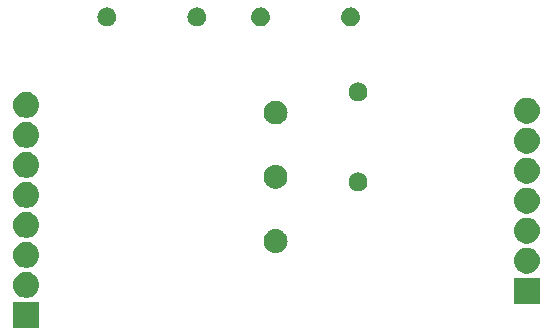
<source format=gbr>
%TF.GenerationSoftware,KiCad,Pcbnew,8.0.1*%
%TF.CreationDate,2024-06-15T21:44:37+02:00*%
%TF.ProjectId,Makita_Akku_MOSFET_Platine,4d616b69-7461-45f4-916b-6b755f4d4f53,rev?*%
%TF.SameCoordinates,Original*%
%TF.FileFunction,Soldermask,Top*%
%TF.FilePolarity,Negative*%
%FSLAX46Y46*%
G04 Gerber Fmt 4.6, Leading zero omitted, Abs format (unit mm)*
G04 Created by KiCad (PCBNEW 8.0.1) date 2024-06-15 21:44:37*
%MOMM*%
%LPD*%
G01*
G04 APERTURE LIST*
G04 APERTURE END LIST*
G36*
X32056250Y-50630000D02*
G01*
X29856250Y-50630000D01*
X29856250Y-48430000D01*
X32056250Y-48430000D01*
X32056250Y-50630000D01*
G37*
G36*
X74442500Y-48566250D02*
G01*
X74442496Y-48566250D01*
X72242504Y-48566250D01*
X72242500Y-48566250D01*
X72242500Y-46366250D01*
X74442500Y-46366250D01*
X74442500Y-48566250D01*
G37*
G36*
X31257279Y-45931992D02*
G01*
X31446562Y-46005320D01*
X31619148Y-46112181D01*
X31769160Y-46248935D01*
X31891489Y-46410925D01*
X31981969Y-46592634D01*
X32037520Y-46787876D01*
X32056250Y-46990000D01*
X32037520Y-47192124D01*
X31981969Y-47387366D01*
X31891489Y-47569075D01*
X31769160Y-47731065D01*
X31619148Y-47867819D01*
X31446562Y-47974680D01*
X31257279Y-48048008D01*
X31057745Y-48085308D01*
X30854755Y-48085308D01*
X30655221Y-48048008D01*
X30465938Y-47974680D01*
X30293352Y-47867819D01*
X30143340Y-47731065D01*
X30021011Y-47569075D01*
X29930531Y-47387366D01*
X29874980Y-47192124D01*
X29856250Y-46990000D01*
X29874980Y-46787876D01*
X29930531Y-46592634D01*
X30021011Y-46410925D01*
X30143340Y-46248935D01*
X30293352Y-46112181D01*
X30465938Y-46005320D01*
X30655221Y-45931992D01*
X30854755Y-45894692D01*
X31057745Y-45894692D01*
X31257279Y-45931992D01*
G37*
G36*
X73644819Y-43863708D02*
G01*
X73781833Y-43916787D01*
X73834913Y-43937351D01*
X73909315Y-43983419D01*
X74008236Y-44044668D01*
X74158892Y-44182009D01*
X74281746Y-44344693D01*
X74281746Y-44344694D01*
X74372614Y-44527182D01*
X74428403Y-44723260D01*
X74447213Y-44926250D01*
X74428403Y-45129240D01*
X74372614Y-45325318D01*
X74281746Y-45507806D01*
X74158893Y-45670490D01*
X74008238Y-45807830D01*
X73834913Y-45915149D01*
X73644819Y-45988791D01*
X73444432Y-46026250D01*
X73444430Y-46026250D01*
X73240570Y-46026250D01*
X73240568Y-46026250D01*
X73040180Y-45988791D01*
X72987101Y-45968227D01*
X72850087Y-45915149D01*
X72724564Y-45837428D01*
X72676763Y-45807831D01*
X72526107Y-45670490D01*
X72403253Y-45507806D01*
X72342758Y-45386314D01*
X72312386Y-45325318D01*
X72256597Y-45129240D01*
X72256596Y-45129239D01*
X72256596Y-45129236D01*
X72237786Y-44926250D01*
X72256596Y-44723263D01*
X72312387Y-44527180D01*
X72403253Y-44344693D01*
X72526107Y-44182009D01*
X72676763Y-44044668D01*
X72850087Y-43937351D01*
X73040180Y-43863708D01*
X73240568Y-43826250D01*
X73444432Y-43826250D01*
X73644819Y-43863708D01*
G37*
G36*
X31257279Y-43391992D02*
G01*
X31446562Y-43465320D01*
X31619148Y-43572181D01*
X31769160Y-43708935D01*
X31891489Y-43870925D01*
X31981969Y-44052634D01*
X32037520Y-44247876D01*
X32056250Y-44450000D01*
X32037520Y-44652124D01*
X31981969Y-44847366D01*
X31891489Y-45029075D01*
X31769160Y-45191065D01*
X31619148Y-45327819D01*
X31446562Y-45434680D01*
X31257279Y-45508008D01*
X31057745Y-45545308D01*
X30854755Y-45545308D01*
X30655221Y-45508008D01*
X30465938Y-45434680D01*
X30293352Y-45327819D01*
X30143340Y-45191065D01*
X30021011Y-45029075D01*
X29930531Y-44847366D01*
X29874980Y-44652124D01*
X29856250Y-44450000D01*
X29874980Y-44247876D01*
X29930531Y-44052634D01*
X30021011Y-43870925D01*
X30143340Y-43708935D01*
X30293352Y-43572181D01*
X30465938Y-43465320D01*
X30655221Y-43391992D01*
X30854755Y-43354692D01*
X31057745Y-43354692D01*
X31257279Y-43391992D01*
G37*
G36*
X52116603Y-42253589D02*
G01*
X52163723Y-42253589D01*
X52216195Y-42263397D01*
X52268212Y-42268521D01*
X52307729Y-42280508D01*
X52347971Y-42288031D01*
X52403705Y-42309622D01*
X52458806Y-42326337D01*
X52490286Y-42343163D01*
X52522755Y-42355742D01*
X52579176Y-42390676D01*
X52634459Y-42420226D01*
X52657684Y-42439286D01*
X52682119Y-42454416D01*
X52736262Y-42503774D01*
X52788420Y-42546579D01*
X52803875Y-42565411D01*
X52820645Y-42580699D01*
X52869322Y-42645158D01*
X52914773Y-42700540D01*
X52923562Y-42716984D01*
X52933600Y-42730276D01*
X52973528Y-42810462D01*
X53008662Y-42876193D01*
X53012409Y-42888546D01*
X53017151Y-42898069D01*
X53045165Y-42996528D01*
X53066478Y-43066787D01*
X53067178Y-43073894D01*
X53068448Y-43078358D01*
X53081655Y-43220886D01*
X53086000Y-43264999D01*
X53081654Y-43309115D01*
X53068448Y-43451639D01*
X53067178Y-43456101D01*
X53066478Y-43463211D01*
X53045160Y-43533484D01*
X53017151Y-43631928D01*
X53012410Y-43641448D01*
X53008662Y-43653805D01*
X52973521Y-43719548D01*
X52933600Y-43799721D01*
X52923564Y-43813009D01*
X52914773Y-43829458D01*
X52869313Y-43884850D01*
X52820645Y-43949298D01*
X52803879Y-43964582D01*
X52788420Y-43983419D01*
X52736251Y-44026232D01*
X52682119Y-44075581D01*
X52657689Y-44090706D01*
X52634459Y-44109772D01*
X52579164Y-44139327D01*
X52522755Y-44174255D01*
X52490293Y-44186830D01*
X52458806Y-44203661D01*
X52403693Y-44220379D01*
X52347971Y-44241966D01*
X52307736Y-44249487D01*
X52268212Y-44261477D01*
X52216192Y-44266600D01*
X52163723Y-44276409D01*
X52116603Y-44276409D01*
X52070000Y-44280999D01*
X52023397Y-44276409D01*
X51976277Y-44276409D01*
X51923806Y-44266600D01*
X51871788Y-44261477D01*
X51832264Y-44249487D01*
X51792028Y-44241966D01*
X51736301Y-44220377D01*
X51681194Y-44203661D01*
X51649709Y-44186832D01*
X51617244Y-44174255D01*
X51560827Y-44139323D01*
X51505541Y-44109772D01*
X51482313Y-44090709D01*
X51457880Y-44075581D01*
X51403738Y-44026224D01*
X51351580Y-43983419D01*
X51336123Y-43964585D01*
X51319354Y-43949298D01*
X51270674Y-43884835D01*
X51225227Y-43829458D01*
X51216437Y-43813014D01*
X51206399Y-43799721D01*
X51166464Y-43719521D01*
X51131338Y-43653805D01*
X51127591Y-43641453D01*
X51122848Y-43631928D01*
X51094823Y-43533431D01*
X51073522Y-43463211D01*
X51072822Y-43456107D01*
X51071551Y-43451639D01*
X51058328Y-43308943D01*
X51054000Y-43264999D01*
X51058327Y-43221057D01*
X51071551Y-43078358D01*
X51072822Y-43073889D01*
X51073522Y-43066787D01*
X51094818Y-42996581D01*
X51122848Y-42898069D01*
X51127592Y-42888541D01*
X51131338Y-42876193D01*
X51166457Y-42810490D01*
X51206399Y-42730276D01*
X51216439Y-42716980D01*
X51225227Y-42700540D01*
X51270664Y-42645173D01*
X51319354Y-42580699D01*
X51336127Y-42565408D01*
X51351580Y-42546579D01*
X51403727Y-42503782D01*
X51457880Y-42454416D01*
X51482318Y-42439284D01*
X51505541Y-42420226D01*
X51560815Y-42390680D01*
X51617244Y-42355742D01*
X51649716Y-42343162D01*
X51681194Y-42326337D01*
X51736289Y-42309623D01*
X51792028Y-42288031D01*
X51832271Y-42280508D01*
X51871788Y-42268521D01*
X51923803Y-42263397D01*
X51976277Y-42253589D01*
X52023397Y-42253589D01*
X52070000Y-42248999D01*
X52116603Y-42253589D01*
G37*
G36*
X73644819Y-41323708D02*
G01*
X73781833Y-41376787D01*
X73834913Y-41397351D01*
X73912632Y-41445473D01*
X74008236Y-41504668D01*
X74158892Y-41642009D01*
X74281746Y-41804693D01*
X74281746Y-41804694D01*
X74372614Y-41987182D01*
X74428403Y-42183260D01*
X74447213Y-42386250D01*
X74428403Y-42589240D01*
X74372614Y-42785318D01*
X74281746Y-42967806D01*
X74158893Y-43130490D01*
X74008238Y-43267830D01*
X73834913Y-43375149D01*
X73644819Y-43448791D01*
X73444432Y-43486250D01*
X73444430Y-43486250D01*
X73240570Y-43486250D01*
X73240568Y-43486250D01*
X73040180Y-43448791D01*
X72987101Y-43428227D01*
X72850087Y-43375149D01*
X72724564Y-43297428D01*
X72676763Y-43267831D01*
X72526107Y-43130490D01*
X72403253Y-42967806D01*
X72342758Y-42846314D01*
X72312386Y-42785318D01*
X72256597Y-42589240D01*
X72256596Y-42589239D01*
X72256596Y-42589236D01*
X72237786Y-42386250D01*
X72256596Y-42183263D01*
X72312387Y-41987180D01*
X72403253Y-41804693D01*
X72526107Y-41642009D01*
X72676763Y-41504668D01*
X72850087Y-41397351D01*
X73040180Y-41323708D01*
X73240568Y-41286250D01*
X73444432Y-41286250D01*
X73644819Y-41323708D01*
G37*
G36*
X31257279Y-40851992D02*
G01*
X31446562Y-40925320D01*
X31619148Y-41032181D01*
X31769160Y-41168935D01*
X31891489Y-41330925D01*
X31981969Y-41512634D01*
X32037520Y-41707876D01*
X32056250Y-41910000D01*
X32037520Y-42112124D01*
X31981969Y-42307366D01*
X31891489Y-42489075D01*
X31769160Y-42651065D01*
X31619148Y-42787819D01*
X31446562Y-42894680D01*
X31257279Y-42968008D01*
X31057745Y-43005308D01*
X30854755Y-43005308D01*
X30655221Y-42968008D01*
X30465938Y-42894680D01*
X30293352Y-42787819D01*
X30143340Y-42651065D01*
X30021011Y-42489075D01*
X29930531Y-42307366D01*
X29874980Y-42112124D01*
X29856250Y-41910000D01*
X29874980Y-41707876D01*
X29930531Y-41512634D01*
X30021011Y-41330925D01*
X30143340Y-41168935D01*
X30293352Y-41032181D01*
X30465938Y-40925320D01*
X30655221Y-40851992D01*
X30854755Y-40814692D01*
X31057745Y-40814692D01*
X31257279Y-40851992D01*
G37*
G36*
X73644819Y-38783708D02*
G01*
X73742311Y-38821477D01*
X73834913Y-38857351D01*
X73912632Y-38905473D01*
X74008236Y-38964668D01*
X74158892Y-39102009D01*
X74281746Y-39264693D01*
X74281746Y-39264694D01*
X74372614Y-39447182D01*
X74428403Y-39643260D01*
X74447213Y-39846250D01*
X74428403Y-40049240D01*
X74372614Y-40245318D01*
X74281746Y-40427806D01*
X74158893Y-40590490D01*
X74008238Y-40727830D01*
X73834913Y-40835149D01*
X73644819Y-40908791D01*
X73444432Y-40946250D01*
X73444430Y-40946250D01*
X73240570Y-40946250D01*
X73240568Y-40946250D01*
X73040180Y-40908791D01*
X72987101Y-40888227D01*
X72850087Y-40835149D01*
X72724564Y-40757428D01*
X72676763Y-40727831D01*
X72526107Y-40590490D01*
X72403253Y-40427806D01*
X72342758Y-40306314D01*
X72312386Y-40245318D01*
X72256597Y-40049240D01*
X72256596Y-40049239D01*
X72256596Y-40049236D01*
X72237786Y-39846250D01*
X72256596Y-39643263D01*
X72312387Y-39447180D01*
X72403253Y-39264693D01*
X72526107Y-39102009D01*
X72676763Y-38964668D01*
X72850087Y-38857351D01*
X73040180Y-38783708D01*
X73240568Y-38746250D01*
X73444432Y-38746250D01*
X73644819Y-38783708D01*
G37*
G36*
X31257279Y-38311992D02*
G01*
X31446562Y-38385320D01*
X31619148Y-38492181D01*
X31769160Y-38628935D01*
X31891489Y-38790925D01*
X31981969Y-38972634D01*
X32037520Y-39167876D01*
X32056250Y-39370000D01*
X32037520Y-39572124D01*
X31981969Y-39767366D01*
X31891489Y-39949075D01*
X31769160Y-40111065D01*
X31619148Y-40247819D01*
X31446562Y-40354680D01*
X31257279Y-40428008D01*
X31057745Y-40465308D01*
X30854755Y-40465308D01*
X30655221Y-40428008D01*
X30465938Y-40354680D01*
X30293352Y-40247819D01*
X30143340Y-40111065D01*
X30021011Y-39949075D01*
X29930531Y-39767366D01*
X29874980Y-39572124D01*
X29856250Y-39370000D01*
X29874980Y-39167876D01*
X29930531Y-38972634D01*
X30021011Y-38790925D01*
X30143340Y-38628935D01*
X30293352Y-38492181D01*
X30465938Y-38385320D01*
X30655221Y-38311992D01*
X30854755Y-38274692D01*
X31057745Y-38274692D01*
X31257279Y-38311992D01*
G37*
G36*
X59096811Y-37463461D02*
G01*
X59138588Y-37463461D01*
X59185718Y-37473478D01*
X59233017Y-37478808D01*
X59267408Y-37490842D01*
X59302110Y-37498218D01*
X59352117Y-37520483D01*
X59402107Y-37537975D01*
X59428128Y-37554325D01*
X59454835Y-37566216D01*
X59504633Y-37602396D01*
X59553792Y-37633285D01*
X59571444Y-37650937D01*
X59590084Y-37664480D01*
X59636165Y-37715658D01*
X59680465Y-37759958D01*
X59690654Y-37776174D01*
X59701946Y-37788715D01*
X59740573Y-37855620D01*
X59775775Y-37911643D01*
X59780170Y-37924203D01*
X59785535Y-37933496D01*
X59813010Y-38018055D01*
X59834942Y-38080733D01*
X59835773Y-38088113D01*
X59837195Y-38092488D01*
X59850076Y-38215056D01*
X59855000Y-38258750D01*
X59850076Y-38302447D01*
X59837195Y-38425011D01*
X59835773Y-38429385D01*
X59834942Y-38436767D01*
X59813005Y-38499457D01*
X59785535Y-38584003D01*
X59780171Y-38593293D01*
X59775775Y-38605857D01*
X59740566Y-38661890D01*
X59701946Y-38728784D01*
X59690656Y-38741322D01*
X59680465Y-38757542D01*
X59636155Y-38801851D01*
X59590084Y-38853019D01*
X59571448Y-38866558D01*
X59553792Y-38884215D01*
X59504623Y-38915109D01*
X59454835Y-38951283D01*
X59428134Y-38963171D01*
X59402107Y-38979525D01*
X59352107Y-38997020D01*
X59302110Y-39019281D01*
X59267414Y-39026655D01*
X59233017Y-39038692D01*
X59185715Y-39044021D01*
X59138588Y-39054039D01*
X59096811Y-39054039D01*
X59055000Y-39058750D01*
X59013189Y-39054039D01*
X58971412Y-39054039D01*
X58924284Y-39044021D01*
X58876983Y-39038692D01*
X58842586Y-39026656D01*
X58807889Y-39019281D01*
X58757887Y-38997018D01*
X58707893Y-38979525D01*
X58681868Y-38963172D01*
X58655164Y-38951283D01*
X58605369Y-38915105D01*
X58556208Y-38884215D01*
X58538554Y-38866561D01*
X58519915Y-38853019D01*
X58473833Y-38801840D01*
X58429535Y-38757542D01*
X58419345Y-38741325D01*
X58408053Y-38728784D01*
X58369420Y-38661870D01*
X58334225Y-38605857D01*
X58329830Y-38593297D01*
X58324464Y-38584003D01*
X58296980Y-38499417D01*
X58275058Y-38436767D01*
X58274226Y-38429389D01*
X58272804Y-38425011D01*
X58259908Y-38302315D01*
X58255000Y-38258750D01*
X58259908Y-38215188D01*
X58272804Y-38092488D01*
X58274226Y-38088108D01*
X58275058Y-38080733D01*
X58296975Y-38018095D01*
X58324464Y-37933496D01*
X58329831Y-37924199D01*
X58334225Y-37911643D01*
X58369413Y-37855640D01*
X58408053Y-37788715D01*
X58419347Y-37776171D01*
X58429535Y-37759958D01*
X58473826Y-37715666D01*
X58519917Y-37664478D01*
X58538559Y-37650933D01*
X58556208Y-37633285D01*
X58605354Y-37602404D01*
X58655162Y-37566217D01*
X58681873Y-37554324D01*
X58707893Y-37537975D01*
X58757877Y-37520484D01*
X58807889Y-37498218D01*
X58842592Y-37490841D01*
X58876983Y-37478808D01*
X58924281Y-37473478D01*
X58971412Y-37463461D01*
X59013189Y-37463461D01*
X59055000Y-37458750D01*
X59096811Y-37463461D01*
G37*
G36*
X52116603Y-36813589D02*
G01*
X52163723Y-36813589D01*
X52216195Y-36823397D01*
X52268212Y-36828521D01*
X52307729Y-36840508D01*
X52347971Y-36848031D01*
X52403705Y-36869622D01*
X52458806Y-36886337D01*
X52490286Y-36903163D01*
X52522755Y-36915742D01*
X52579176Y-36950676D01*
X52634459Y-36980226D01*
X52657684Y-36999286D01*
X52682119Y-37014416D01*
X52736262Y-37063774D01*
X52788420Y-37106579D01*
X52803875Y-37125411D01*
X52820645Y-37140699D01*
X52869322Y-37205158D01*
X52914773Y-37260540D01*
X52923562Y-37276984D01*
X52933600Y-37290276D01*
X52973528Y-37370462D01*
X53008662Y-37436193D01*
X53012409Y-37448546D01*
X53017151Y-37458069D01*
X53045165Y-37556528D01*
X53066478Y-37626787D01*
X53067178Y-37633894D01*
X53068448Y-37638358D01*
X53081655Y-37780886D01*
X53086000Y-37824999D01*
X53081654Y-37869115D01*
X53068448Y-38011639D01*
X53067178Y-38016101D01*
X53066478Y-38023211D01*
X53045160Y-38093484D01*
X53017151Y-38191928D01*
X53012410Y-38201448D01*
X53008662Y-38213805D01*
X52973521Y-38279548D01*
X52933600Y-38359721D01*
X52923564Y-38373009D01*
X52914773Y-38389458D01*
X52869313Y-38444850D01*
X52820645Y-38509298D01*
X52803879Y-38524582D01*
X52788420Y-38543419D01*
X52736251Y-38586232D01*
X52682119Y-38635581D01*
X52657689Y-38650706D01*
X52634459Y-38669772D01*
X52579164Y-38699327D01*
X52522755Y-38734255D01*
X52490293Y-38746830D01*
X52458806Y-38763661D01*
X52403693Y-38780379D01*
X52347971Y-38801966D01*
X52307736Y-38809487D01*
X52268212Y-38821477D01*
X52216192Y-38826600D01*
X52163723Y-38836409D01*
X52116603Y-38836409D01*
X52070000Y-38840999D01*
X52023397Y-38836409D01*
X51976277Y-38836409D01*
X51923806Y-38826600D01*
X51871788Y-38821477D01*
X51832264Y-38809487D01*
X51792028Y-38801966D01*
X51736301Y-38780377D01*
X51681194Y-38763661D01*
X51649709Y-38746832D01*
X51617244Y-38734255D01*
X51560827Y-38699323D01*
X51505541Y-38669772D01*
X51482313Y-38650709D01*
X51457880Y-38635581D01*
X51403738Y-38586224D01*
X51351580Y-38543419D01*
X51336123Y-38524585D01*
X51319354Y-38509298D01*
X51270674Y-38444835D01*
X51225227Y-38389458D01*
X51216437Y-38373014D01*
X51206399Y-38359721D01*
X51166464Y-38279521D01*
X51131338Y-38213805D01*
X51127591Y-38201453D01*
X51122848Y-38191928D01*
X51094823Y-38093431D01*
X51073522Y-38023211D01*
X51072822Y-38016107D01*
X51071551Y-38011639D01*
X51058328Y-37868943D01*
X51054000Y-37824999D01*
X51058327Y-37781057D01*
X51071551Y-37638358D01*
X51072822Y-37633889D01*
X51073522Y-37626787D01*
X51094818Y-37556581D01*
X51122848Y-37458069D01*
X51127592Y-37448541D01*
X51131338Y-37436193D01*
X51166457Y-37370490D01*
X51206399Y-37290276D01*
X51216439Y-37276980D01*
X51225227Y-37260540D01*
X51270664Y-37205173D01*
X51319354Y-37140699D01*
X51336127Y-37125408D01*
X51351580Y-37106579D01*
X51403727Y-37063782D01*
X51457880Y-37014416D01*
X51482318Y-36999284D01*
X51505541Y-36980226D01*
X51560815Y-36950680D01*
X51617244Y-36915742D01*
X51649716Y-36903162D01*
X51681194Y-36886337D01*
X51736289Y-36869623D01*
X51792028Y-36848031D01*
X51832271Y-36840508D01*
X51871788Y-36828521D01*
X51923803Y-36823397D01*
X51976277Y-36813589D01*
X52023397Y-36813589D01*
X52070000Y-36808999D01*
X52116603Y-36813589D01*
G37*
G36*
X73644819Y-36243708D02*
G01*
X73781833Y-36296787D01*
X73834913Y-36317351D01*
X73912632Y-36365473D01*
X74008236Y-36424668D01*
X74158892Y-36562009D01*
X74281746Y-36724693D01*
X74281746Y-36724694D01*
X74372614Y-36907182D01*
X74428403Y-37103260D01*
X74447213Y-37306250D01*
X74428403Y-37509240D01*
X74372614Y-37705318D01*
X74281746Y-37887806D01*
X74158893Y-38050490D01*
X74008238Y-38187830D01*
X73834913Y-38295149D01*
X73644819Y-38368791D01*
X73444432Y-38406250D01*
X73444430Y-38406250D01*
X73240570Y-38406250D01*
X73240568Y-38406250D01*
X73040180Y-38368791D01*
X72987101Y-38348227D01*
X72850087Y-38295149D01*
X72683380Y-38191928D01*
X72676763Y-38187831D01*
X72526107Y-38050490D01*
X72403253Y-37887806D01*
X72339593Y-37759958D01*
X72312386Y-37705318D01*
X72256597Y-37509240D01*
X72256596Y-37509239D01*
X72256596Y-37509236D01*
X72237786Y-37306250D01*
X72256596Y-37103263D01*
X72291603Y-36980226D01*
X72312386Y-36907182D01*
X72312636Y-36906679D01*
X72403253Y-36724693D01*
X72526107Y-36562009D01*
X72676763Y-36424668D01*
X72850087Y-36317351D01*
X73040180Y-36243708D01*
X73240568Y-36206250D01*
X73444432Y-36206250D01*
X73644819Y-36243708D01*
G37*
G36*
X31257279Y-35771992D02*
G01*
X31446562Y-35845320D01*
X31619148Y-35952181D01*
X31769160Y-36088935D01*
X31891489Y-36250925D01*
X31981969Y-36432634D01*
X32037520Y-36627876D01*
X32056250Y-36830000D01*
X32037520Y-37032124D01*
X31981969Y-37227366D01*
X31891489Y-37409075D01*
X31769160Y-37571065D01*
X31619148Y-37707819D01*
X31446562Y-37814680D01*
X31257279Y-37888008D01*
X31057745Y-37925308D01*
X30854755Y-37925308D01*
X30655221Y-37888008D01*
X30465938Y-37814680D01*
X30293352Y-37707819D01*
X30143340Y-37571065D01*
X30021011Y-37409075D01*
X29930531Y-37227366D01*
X29874980Y-37032124D01*
X29856250Y-36830000D01*
X29874980Y-36627876D01*
X29930531Y-36432634D01*
X30021011Y-36250925D01*
X30143340Y-36088935D01*
X30293352Y-35952181D01*
X30465938Y-35845320D01*
X30655221Y-35771992D01*
X30854755Y-35734692D01*
X31057745Y-35734692D01*
X31257279Y-35771992D01*
G37*
G36*
X73644819Y-33703708D02*
G01*
X73781833Y-33756787D01*
X73834913Y-33777351D01*
X73912632Y-33825473D01*
X74008236Y-33884668D01*
X74158892Y-34022009D01*
X74281746Y-34184693D01*
X74281746Y-34184694D01*
X74372614Y-34367182D01*
X74428403Y-34563260D01*
X74447213Y-34766250D01*
X74428403Y-34969240D01*
X74372614Y-35165318D01*
X74281746Y-35347806D01*
X74158893Y-35510490D01*
X74008238Y-35647830D01*
X73834913Y-35755149D01*
X73644819Y-35828791D01*
X73444432Y-35866250D01*
X73444430Y-35866250D01*
X73240570Y-35866250D01*
X73240568Y-35866250D01*
X73040180Y-35828791D01*
X72987101Y-35808227D01*
X72850087Y-35755149D01*
X72724564Y-35677428D01*
X72676763Y-35647831D01*
X72526107Y-35510490D01*
X72403253Y-35347806D01*
X72342758Y-35226314D01*
X72312386Y-35165318D01*
X72256597Y-34969240D01*
X72256596Y-34969239D01*
X72256596Y-34969236D01*
X72237786Y-34766250D01*
X72256596Y-34563263D01*
X72312387Y-34367180D01*
X72403253Y-34184693D01*
X72526107Y-34022009D01*
X72676763Y-33884668D01*
X72850087Y-33777351D01*
X73040180Y-33703708D01*
X73240568Y-33666250D01*
X73444432Y-33666250D01*
X73644819Y-33703708D01*
G37*
G36*
X31257279Y-33231992D02*
G01*
X31446562Y-33305320D01*
X31619148Y-33412181D01*
X31769160Y-33548935D01*
X31891489Y-33710925D01*
X31981969Y-33892634D01*
X32037520Y-34087876D01*
X32056250Y-34290000D01*
X32037520Y-34492124D01*
X31981969Y-34687366D01*
X31891489Y-34869075D01*
X31769160Y-35031065D01*
X31619148Y-35167819D01*
X31446562Y-35274680D01*
X31257279Y-35348008D01*
X31057745Y-35385308D01*
X30854755Y-35385308D01*
X30655221Y-35348008D01*
X30465938Y-35274680D01*
X30293352Y-35167819D01*
X30143340Y-35031065D01*
X30021011Y-34869075D01*
X29930531Y-34687366D01*
X29874980Y-34492124D01*
X29856250Y-34290000D01*
X29874980Y-34087876D01*
X29930531Y-33892634D01*
X30021011Y-33710925D01*
X30143340Y-33548935D01*
X30293352Y-33412181D01*
X30465938Y-33305320D01*
X30655221Y-33231992D01*
X30854755Y-33194692D01*
X31057745Y-33194692D01*
X31257279Y-33231992D01*
G37*
G36*
X52116603Y-31373590D02*
G01*
X52163723Y-31373590D01*
X52216195Y-31383398D01*
X52268212Y-31388522D01*
X52307729Y-31400509D01*
X52347971Y-31408032D01*
X52403705Y-31429623D01*
X52458806Y-31446338D01*
X52490286Y-31463164D01*
X52522755Y-31475743D01*
X52579176Y-31510677D01*
X52634459Y-31540227D01*
X52657684Y-31559287D01*
X52682119Y-31574417D01*
X52736262Y-31623775D01*
X52788420Y-31666580D01*
X52803875Y-31685412D01*
X52820645Y-31700700D01*
X52869322Y-31765159D01*
X52914773Y-31820541D01*
X52923562Y-31836985D01*
X52933600Y-31850277D01*
X52973528Y-31930463D01*
X53008662Y-31996194D01*
X53012409Y-32008547D01*
X53017151Y-32018070D01*
X53045165Y-32116529D01*
X53066478Y-32186788D01*
X53067178Y-32193895D01*
X53068448Y-32198359D01*
X53081655Y-32340887D01*
X53086000Y-32385000D01*
X53081654Y-32429116D01*
X53068448Y-32571640D01*
X53067178Y-32576102D01*
X53066478Y-32583212D01*
X53045160Y-32653485D01*
X53017151Y-32751929D01*
X53012410Y-32761449D01*
X53008662Y-32773806D01*
X52973521Y-32839549D01*
X52933600Y-32919722D01*
X52923564Y-32933010D01*
X52914773Y-32949459D01*
X52869313Y-33004851D01*
X52820645Y-33069299D01*
X52803879Y-33084583D01*
X52788420Y-33103420D01*
X52736251Y-33146233D01*
X52682119Y-33195582D01*
X52657689Y-33210707D01*
X52634459Y-33229773D01*
X52579164Y-33259328D01*
X52522755Y-33294256D01*
X52490293Y-33306831D01*
X52458806Y-33323662D01*
X52403693Y-33340380D01*
X52347971Y-33361967D01*
X52307736Y-33369488D01*
X52268212Y-33381478D01*
X52216192Y-33386601D01*
X52163723Y-33396410D01*
X52116603Y-33396410D01*
X52070000Y-33401000D01*
X52023397Y-33396410D01*
X51976277Y-33396410D01*
X51923806Y-33386601D01*
X51871788Y-33381478D01*
X51832264Y-33369488D01*
X51792028Y-33361967D01*
X51736301Y-33340378D01*
X51681194Y-33323662D01*
X51649709Y-33306833D01*
X51617244Y-33294256D01*
X51560827Y-33259324D01*
X51505541Y-33229773D01*
X51482313Y-33210710D01*
X51457880Y-33195582D01*
X51403738Y-33146225D01*
X51351580Y-33103420D01*
X51336123Y-33084586D01*
X51319354Y-33069299D01*
X51270674Y-33004836D01*
X51225227Y-32949459D01*
X51216437Y-32933015D01*
X51206399Y-32919722D01*
X51166464Y-32839522D01*
X51131338Y-32773806D01*
X51127591Y-32761454D01*
X51122848Y-32751929D01*
X51094823Y-32653432D01*
X51073522Y-32583212D01*
X51072822Y-32576108D01*
X51071551Y-32571640D01*
X51058328Y-32428944D01*
X51054000Y-32385000D01*
X51058327Y-32341058D01*
X51071551Y-32198359D01*
X51072822Y-32193890D01*
X51073522Y-32186788D01*
X51094818Y-32116582D01*
X51122848Y-32018070D01*
X51127592Y-32008542D01*
X51131338Y-31996194D01*
X51166457Y-31930491D01*
X51206399Y-31850277D01*
X51216439Y-31836981D01*
X51225227Y-31820541D01*
X51270664Y-31765174D01*
X51319354Y-31700700D01*
X51336127Y-31685409D01*
X51351580Y-31666580D01*
X51403727Y-31623783D01*
X51457880Y-31574417D01*
X51482318Y-31559285D01*
X51505541Y-31540227D01*
X51560815Y-31510681D01*
X51617244Y-31475743D01*
X51649716Y-31463163D01*
X51681194Y-31446338D01*
X51736289Y-31429624D01*
X51792028Y-31408032D01*
X51832271Y-31400509D01*
X51871788Y-31388522D01*
X51923803Y-31383398D01*
X51976277Y-31373590D01*
X52023397Y-31373590D01*
X52070000Y-31369000D01*
X52116603Y-31373590D01*
G37*
G36*
X73644819Y-31163708D02*
G01*
X73781833Y-31216787D01*
X73834913Y-31237351D01*
X73912632Y-31285473D01*
X74008236Y-31344668D01*
X74158892Y-31482009D01*
X74281746Y-31644693D01*
X74281746Y-31644694D01*
X74372614Y-31827182D01*
X74428403Y-32023260D01*
X74447213Y-32226250D01*
X74428403Y-32429240D01*
X74372614Y-32625318D01*
X74281746Y-32807806D01*
X74158893Y-32970490D01*
X74008238Y-33107830D01*
X73834913Y-33215149D01*
X73644819Y-33288791D01*
X73444432Y-33326250D01*
X73444430Y-33326250D01*
X73240570Y-33326250D01*
X73240568Y-33326250D01*
X73040180Y-33288791D01*
X72987101Y-33268227D01*
X72850087Y-33215149D01*
X72724564Y-33137428D01*
X72676763Y-33107831D01*
X72526107Y-32970490D01*
X72403253Y-32807806D01*
X72342758Y-32686314D01*
X72312386Y-32625318D01*
X72256597Y-32429240D01*
X72256596Y-32429239D01*
X72256596Y-32429236D01*
X72237786Y-32226250D01*
X72256596Y-32023263D01*
X72312387Y-31827180D01*
X72403253Y-31644693D01*
X72526107Y-31482009D01*
X72676763Y-31344668D01*
X72850087Y-31237351D01*
X73040180Y-31163708D01*
X73240568Y-31126250D01*
X73444432Y-31126250D01*
X73644819Y-31163708D01*
G37*
G36*
X31257279Y-30691992D02*
G01*
X31446562Y-30765320D01*
X31619148Y-30872181D01*
X31769160Y-31008935D01*
X31891489Y-31170925D01*
X31981969Y-31352634D01*
X32037520Y-31547876D01*
X32056250Y-31750000D01*
X32037520Y-31952124D01*
X31981969Y-32147366D01*
X31891489Y-32329075D01*
X31769160Y-32491065D01*
X31619148Y-32627819D01*
X31446562Y-32734680D01*
X31257279Y-32808008D01*
X31057745Y-32845308D01*
X30854755Y-32845308D01*
X30655221Y-32808008D01*
X30465938Y-32734680D01*
X30293352Y-32627819D01*
X30143340Y-32491065D01*
X30021011Y-32329075D01*
X29930531Y-32147366D01*
X29874980Y-31952124D01*
X29856250Y-31750000D01*
X29874980Y-31547876D01*
X29930531Y-31352634D01*
X30021011Y-31170925D01*
X30143340Y-31008935D01*
X30293352Y-30872181D01*
X30465938Y-30765320D01*
X30655221Y-30691992D01*
X30854755Y-30654692D01*
X31057745Y-30654692D01*
X31257279Y-30691992D01*
G37*
G36*
X59096811Y-29843461D02*
G01*
X59138588Y-29843461D01*
X59185718Y-29853478D01*
X59233017Y-29858808D01*
X59267408Y-29870842D01*
X59302110Y-29878218D01*
X59352117Y-29900483D01*
X59402107Y-29917975D01*
X59428128Y-29934325D01*
X59454835Y-29946216D01*
X59504633Y-29982396D01*
X59553792Y-30013285D01*
X59571444Y-30030937D01*
X59590084Y-30044480D01*
X59636165Y-30095658D01*
X59680465Y-30139958D01*
X59690654Y-30156174D01*
X59701946Y-30168715D01*
X59740573Y-30235620D01*
X59775775Y-30291643D01*
X59780170Y-30304203D01*
X59785535Y-30313496D01*
X59813010Y-30398055D01*
X59834942Y-30460733D01*
X59835773Y-30468113D01*
X59837195Y-30472488D01*
X59850076Y-30595056D01*
X59855000Y-30638750D01*
X59850076Y-30682447D01*
X59837195Y-30805011D01*
X59835773Y-30809385D01*
X59834942Y-30816767D01*
X59813005Y-30879457D01*
X59785535Y-30964003D01*
X59780171Y-30973293D01*
X59775775Y-30985857D01*
X59740566Y-31041890D01*
X59701946Y-31108784D01*
X59690656Y-31121322D01*
X59680465Y-31137542D01*
X59636155Y-31181851D01*
X59590084Y-31233019D01*
X59571448Y-31246558D01*
X59553792Y-31264215D01*
X59504623Y-31295109D01*
X59454835Y-31331283D01*
X59428134Y-31343171D01*
X59402107Y-31359525D01*
X59352107Y-31377020D01*
X59302110Y-31399281D01*
X59267414Y-31406655D01*
X59233017Y-31418692D01*
X59185715Y-31424021D01*
X59138588Y-31434039D01*
X59096811Y-31434039D01*
X59055000Y-31438750D01*
X59013189Y-31434039D01*
X58971412Y-31434039D01*
X58924284Y-31424021D01*
X58876983Y-31418692D01*
X58842586Y-31406656D01*
X58807889Y-31399281D01*
X58757887Y-31377018D01*
X58707893Y-31359525D01*
X58681868Y-31343172D01*
X58655164Y-31331283D01*
X58605369Y-31295105D01*
X58556208Y-31264215D01*
X58538554Y-31246561D01*
X58519915Y-31233019D01*
X58473833Y-31181840D01*
X58429535Y-31137542D01*
X58419345Y-31121325D01*
X58408053Y-31108784D01*
X58369420Y-31041870D01*
X58334225Y-30985857D01*
X58329830Y-30973297D01*
X58324464Y-30964003D01*
X58296980Y-30879417D01*
X58275058Y-30816767D01*
X58274226Y-30809389D01*
X58272804Y-30805011D01*
X58259908Y-30682315D01*
X58255000Y-30638750D01*
X58259908Y-30595188D01*
X58272804Y-30472488D01*
X58274226Y-30468108D01*
X58275058Y-30460733D01*
X58296975Y-30398095D01*
X58324464Y-30313496D01*
X58329831Y-30304199D01*
X58334225Y-30291643D01*
X58369413Y-30235640D01*
X58408053Y-30168715D01*
X58419347Y-30156171D01*
X58429535Y-30139958D01*
X58473826Y-30095666D01*
X58519917Y-30044478D01*
X58538559Y-30030933D01*
X58556208Y-30013285D01*
X58605354Y-29982404D01*
X58655162Y-29946217D01*
X58681873Y-29934324D01*
X58707893Y-29917975D01*
X58757877Y-29900484D01*
X58807889Y-29878218D01*
X58842592Y-29870841D01*
X58876983Y-29858808D01*
X58924281Y-29853478D01*
X58971412Y-29843461D01*
X59013189Y-29843461D01*
X59055000Y-29838750D01*
X59096811Y-29843461D01*
G37*
G36*
X37824311Y-23493461D02*
G01*
X37866088Y-23493461D01*
X37913218Y-23503478D01*
X37960517Y-23508808D01*
X37994908Y-23520842D01*
X38029610Y-23528218D01*
X38079617Y-23550483D01*
X38129607Y-23567975D01*
X38155628Y-23584325D01*
X38182335Y-23596216D01*
X38232133Y-23632396D01*
X38281292Y-23663285D01*
X38298944Y-23680937D01*
X38317584Y-23694480D01*
X38363665Y-23745658D01*
X38407965Y-23789958D01*
X38418154Y-23806174D01*
X38429446Y-23818715D01*
X38468073Y-23885620D01*
X38503275Y-23941643D01*
X38507670Y-23954203D01*
X38513035Y-23963496D01*
X38540510Y-24048055D01*
X38562442Y-24110733D01*
X38563273Y-24118113D01*
X38564695Y-24122488D01*
X38577576Y-24245056D01*
X38582500Y-24288750D01*
X38577576Y-24332447D01*
X38564695Y-24455011D01*
X38563273Y-24459385D01*
X38562442Y-24466767D01*
X38540505Y-24529457D01*
X38513035Y-24614003D01*
X38507671Y-24623293D01*
X38503275Y-24635857D01*
X38468066Y-24691890D01*
X38429446Y-24758784D01*
X38418156Y-24771322D01*
X38407965Y-24787542D01*
X38363655Y-24831851D01*
X38317584Y-24883019D01*
X38298948Y-24896558D01*
X38281292Y-24914215D01*
X38232123Y-24945109D01*
X38182335Y-24981283D01*
X38155634Y-24993171D01*
X38129607Y-25009525D01*
X38079607Y-25027020D01*
X38029610Y-25049281D01*
X37994914Y-25056655D01*
X37960517Y-25068692D01*
X37913215Y-25074021D01*
X37866088Y-25084039D01*
X37824311Y-25084039D01*
X37782500Y-25088750D01*
X37740689Y-25084039D01*
X37698912Y-25084039D01*
X37651784Y-25074021D01*
X37604483Y-25068692D01*
X37570086Y-25056656D01*
X37535389Y-25049281D01*
X37485387Y-25027018D01*
X37435393Y-25009525D01*
X37409368Y-24993172D01*
X37382664Y-24981283D01*
X37332869Y-24945105D01*
X37283708Y-24914215D01*
X37266054Y-24896561D01*
X37247415Y-24883019D01*
X37201333Y-24831840D01*
X37157035Y-24787542D01*
X37146845Y-24771325D01*
X37135553Y-24758784D01*
X37096920Y-24691870D01*
X37061725Y-24635857D01*
X37057330Y-24623297D01*
X37051964Y-24614003D01*
X37024480Y-24529417D01*
X37002558Y-24466767D01*
X37001726Y-24459389D01*
X37000304Y-24455011D01*
X36987408Y-24332315D01*
X36982500Y-24288750D01*
X36987408Y-24245188D01*
X37000304Y-24122488D01*
X37001726Y-24118108D01*
X37002558Y-24110733D01*
X37024475Y-24048095D01*
X37051964Y-23963496D01*
X37057331Y-23954199D01*
X37061725Y-23941643D01*
X37096913Y-23885640D01*
X37135553Y-23818715D01*
X37146847Y-23806171D01*
X37157035Y-23789958D01*
X37201326Y-23745666D01*
X37247417Y-23694478D01*
X37266059Y-23680933D01*
X37283708Y-23663285D01*
X37332854Y-23632404D01*
X37382662Y-23596217D01*
X37409373Y-23584324D01*
X37435393Y-23567975D01*
X37485377Y-23550484D01*
X37535389Y-23528218D01*
X37570092Y-23520841D01*
X37604483Y-23508808D01*
X37651781Y-23503478D01*
X37698912Y-23493461D01*
X37740689Y-23493461D01*
X37782500Y-23488750D01*
X37824311Y-23493461D01*
G37*
G36*
X45444311Y-23493461D02*
G01*
X45486088Y-23493461D01*
X45533218Y-23503478D01*
X45580517Y-23508808D01*
X45614908Y-23520842D01*
X45649610Y-23528218D01*
X45699617Y-23550483D01*
X45749607Y-23567975D01*
X45775628Y-23584325D01*
X45802335Y-23596216D01*
X45852133Y-23632396D01*
X45901292Y-23663285D01*
X45918944Y-23680937D01*
X45937584Y-23694480D01*
X45983665Y-23745658D01*
X46027965Y-23789958D01*
X46038154Y-23806174D01*
X46049446Y-23818715D01*
X46088073Y-23885620D01*
X46123275Y-23941643D01*
X46127670Y-23954203D01*
X46133035Y-23963496D01*
X46160510Y-24048055D01*
X46182442Y-24110733D01*
X46183273Y-24118113D01*
X46184695Y-24122488D01*
X46197576Y-24245056D01*
X46202500Y-24288750D01*
X46197576Y-24332447D01*
X46184695Y-24455011D01*
X46183273Y-24459385D01*
X46182442Y-24466767D01*
X46160505Y-24529457D01*
X46133035Y-24614003D01*
X46127671Y-24623293D01*
X46123275Y-24635857D01*
X46088066Y-24691890D01*
X46049446Y-24758784D01*
X46038156Y-24771322D01*
X46027965Y-24787542D01*
X45983655Y-24831851D01*
X45937584Y-24883019D01*
X45918948Y-24896558D01*
X45901292Y-24914215D01*
X45852123Y-24945109D01*
X45802335Y-24981283D01*
X45775634Y-24993171D01*
X45749607Y-25009525D01*
X45699607Y-25027020D01*
X45649610Y-25049281D01*
X45614914Y-25056655D01*
X45580517Y-25068692D01*
X45533215Y-25074021D01*
X45486088Y-25084039D01*
X45444311Y-25084039D01*
X45402500Y-25088750D01*
X45360689Y-25084039D01*
X45318912Y-25084039D01*
X45271784Y-25074021D01*
X45224483Y-25068692D01*
X45190086Y-25056656D01*
X45155389Y-25049281D01*
X45105387Y-25027018D01*
X45055393Y-25009525D01*
X45029368Y-24993172D01*
X45002664Y-24981283D01*
X44952869Y-24945105D01*
X44903708Y-24914215D01*
X44886054Y-24896561D01*
X44867415Y-24883019D01*
X44821333Y-24831840D01*
X44777035Y-24787542D01*
X44766845Y-24771325D01*
X44755553Y-24758784D01*
X44716920Y-24691870D01*
X44681725Y-24635857D01*
X44677330Y-24623297D01*
X44671964Y-24614003D01*
X44644480Y-24529417D01*
X44622558Y-24466767D01*
X44621726Y-24459389D01*
X44620304Y-24455011D01*
X44607408Y-24332315D01*
X44602500Y-24288750D01*
X44607408Y-24245188D01*
X44620304Y-24122488D01*
X44621726Y-24118108D01*
X44622558Y-24110733D01*
X44644475Y-24048095D01*
X44671964Y-23963496D01*
X44677331Y-23954199D01*
X44681725Y-23941643D01*
X44716913Y-23885640D01*
X44755553Y-23818715D01*
X44766847Y-23806171D01*
X44777035Y-23789958D01*
X44821326Y-23745666D01*
X44867417Y-23694478D01*
X44886059Y-23680933D01*
X44903708Y-23663285D01*
X44952854Y-23632404D01*
X45002662Y-23596217D01*
X45029373Y-23584324D01*
X45055393Y-23567975D01*
X45105377Y-23550484D01*
X45155389Y-23528218D01*
X45190092Y-23520841D01*
X45224483Y-23508808D01*
X45271781Y-23503478D01*
X45318912Y-23493461D01*
X45360689Y-23493461D01*
X45402500Y-23488750D01*
X45444311Y-23493461D01*
G37*
G36*
X50841811Y-23493461D02*
G01*
X50883588Y-23493461D01*
X50930718Y-23503478D01*
X50978017Y-23508808D01*
X51012408Y-23520842D01*
X51047110Y-23528218D01*
X51097117Y-23550483D01*
X51147107Y-23567975D01*
X51173128Y-23584325D01*
X51199835Y-23596216D01*
X51249633Y-23632396D01*
X51298792Y-23663285D01*
X51316444Y-23680937D01*
X51335084Y-23694480D01*
X51381165Y-23745658D01*
X51425465Y-23789958D01*
X51435654Y-23806174D01*
X51446946Y-23818715D01*
X51485573Y-23885620D01*
X51520775Y-23941643D01*
X51525170Y-23954203D01*
X51530535Y-23963496D01*
X51558010Y-24048055D01*
X51579942Y-24110733D01*
X51580773Y-24118113D01*
X51582195Y-24122488D01*
X51595076Y-24245056D01*
X51600000Y-24288750D01*
X51595076Y-24332447D01*
X51582195Y-24455011D01*
X51580773Y-24459385D01*
X51579942Y-24466767D01*
X51558005Y-24529457D01*
X51530535Y-24614003D01*
X51525171Y-24623293D01*
X51520775Y-24635857D01*
X51485566Y-24691890D01*
X51446946Y-24758784D01*
X51435656Y-24771322D01*
X51425465Y-24787542D01*
X51381155Y-24831851D01*
X51335084Y-24883019D01*
X51316448Y-24896558D01*
X51298792Y-24914215D01*
X51249623Y-24945109D01*
X51199835Y-24981283D01*
X51173134Y-24993171D01*
X51147107Y-25009525D01*
X51097107Y-25027020D01*
X51047110Y-25049281D01*
X51012414Y-25056655D01*
X50978017Y-25068692D01*
X50930715Y-25074021D01*
X50883588Y-25084039D01*
X50841811Y-25084039D01*
X50800000Y-25088750D01*
X50758189Y-25084039D01*
X50716412Y-25084039D01*
X50669284Y-25074021D01*
X50621983Y-25068692D01*
X50587586Y-25056656D01*
X50552889Y-25049281D01*
X50502887Y-25027018D01*
X50452893Y-25009525D01*
X50426868Y-24993172D01*
X50400164Y-24981283D01*
X50350369Y-24945105D01*
X50301208Y-24914215D01*
X50283554Y-24896561D01*
X50264915Y-24883019D01*
X50218833Y-24831840D01*
X50174535Y-24787542D01*
X50164345Y-24771325D01*
X50153053Y-24758784D01*
X50114420Y-24691870D01*
X50079225Y-24635857D01*
X50074830Y-24623297D01*
X50069464Y-24614003D01*
X50041980Y-24529417D01*
X50020058Y-24466767D01*
X50019226Y-24459389D01*
X50017804Y-24455011D01*
X50004908Y-24332315D01*
X50000000Y-24288750D01*
X50004908Y-24245188D01*
X50017804Y-24122488D01*
X50019226Y-24118108D01*
X50020058Y-24110733D01*
X50041975Y-24048095D01*
X50069464Y-23963496D01*
X50074831Y-23954199D01*
X50079225Y-23941643D01*
X50114413Y-23885640D01*
X50153053Y-23818715D01*
X50164347Y-23806171D01*
X50174535Y-23789958D01*
X50218826Y-23745666D01*
X50264917Y-23694478D01*
X50283559Y-23680933D01*
X50301208Y-23663285D01*
X50350354Y-23632404D01*
X50400162Y-23596217D01*
X50426873Y-23584324D01*
X50452893Y-23567975D01*
X50502877Y-23550484D01*
X50552889Y-23528218D01*
X50587592Y-23520841D01*
X50621983Y-23508808D01*
X50669281Y-23503478D01*
X50716412Y-23493461D01*
X50758189Y-23493461D01*
X50800000Y-23488750D01*
X50841811Y-23493461D01*
G37*
G36*
X58461811Y-23493461D02*
G01*
X58503588Y-23493461D01*
X58550718Y-23503478D01*
X58598017Y-23508808D01*
X58632408Y-23520842D01*
X58667110Y-23528218D01*
X58717117Y-23550483D01*
X58767107Y-23567975D01*
X58793128Y-23584325D01*
X58819835Y-23596216D01*
X58869633Y-23632396D01*
X58918792Y-23663285D01*
X58936444Y-23680937D01*
X58955084Y-23694480D01*
X59001165Y-23745658D01*
X59045465Y-23789958D01*
X59055654Y-23806174D01*
X59066946Y-23818715D01*
X59105573Y-23885620D01*
X59140775Y-23941643D01*
X59145170Y-23954203D01*
X59150535Y-23963496D01*
X59178010Y-24048055D01*
X59199942Y-24110733D01*
X59200773Y-24118113D01*
X59202195Y-24122488D01*
X59215076Y-24245056D01*
X59220000Y-24288750D01*
X59215076Y-24332447D01*
X59202195Y-24455011D01*
X59200773Y-24459385D01*
X59199942Y-24466767D01*
X59178005Y-24529457D01*
X59150535Y-24614003D01*
X59145171Y-24623293D01*
X59140775Y-24635857D01*
X59105566Y-24691890D01*
X59066946Y-24758784D01*
X59055656Y-24771322D01*
X59045465Y-24787542D01*
X59001155Y-24831851D01*
X58955084Y-24883019D01*
X58936448Y-24896558D01*
X58918792Y-24914215D01*
X58869623Y-24945109D01*
X58819835Y-24981283D01*
X58793134Y-24993171D01*
X58767107Y-25009525D01*
X58717107Y-25027020D01*
X58667110Y-25049281D01*
X58632414Y-25056655D01*
X58598017Y-25068692D01*
X58550715Y-25074021D01*
X58503588Y-25084039D01*
X58461811Y-25084039D01*
X58420000Y-25088750D01*
X58378189Y-25084039D01*
X58336412Y-25084039D01*
X58289284Y-25074021D01*
X58241983Y-25068692D01*
X58207586Y-25056656D01*
X58172889Y-25049281D01*
X58122887Y-25027018D01*
X58072893Y-25009525D01*
X58046868Y-24993172D01*
X58020164Y-24981283D01*
X57970369Y-24945105D01*
X57921208Y-24914215D01*
X57903554Y-24896561D01*
X57884915Y-24883019D01*
X57838833Y-24831840D01*
X57794535Y-24787542D01*
X57784345Y-24771325D01*
X57773053Y-24758784D01*
X57734420Y-24691870D01*
X57699225Y-24635857D01*
X57694830Y-24623297D01*
X57689464Y-24614003D01*
X57661980Y-24529417D01*
X57640058Y-24466767D01*
X57639226Y-24459389D01*
X57637804Y-24455011D01*
X57624908Y-24332315D01*
X57620000Y-24288750D01*
X57624908Y-24245188D01*
X57637804Y-24122488D01*
X57639226Y-24118108D01*
X57640058Y-24110733D01*
X57661975Y-24048095D01*
X57689464Y-23963496D01*
X57694831Y-23954199D01*
X57699225Y-23941643D01*
X57734413Y-23885640D01*
X57773053Y-23818715D01*
X57784347Y-23806171D01*
X57794535Y-23789958D01*
X57838826Y-23745666D01*
X57884917Y-23694478D01*
X57903559Y-23680933D01*
X57921208Y-23663285D01*
X57970354Y-23632404D01*
X58020162Y-23596217D01*
X58046873Y-23584324D01*
X58072893Y-23567975D01*
X58122877Y-23550484D01*
X58172889Y-23528218D01*
X58207592Y-23520841D01*
X58241983Y-23508808D01*
X58289281Y-23503478D01*
X58336412Y-23493461D01*
X58378189Y-23493461D01*
X58420000Y-23488750D01*
X58461811Y-23493461D01*
G37*
M02*

</source>
